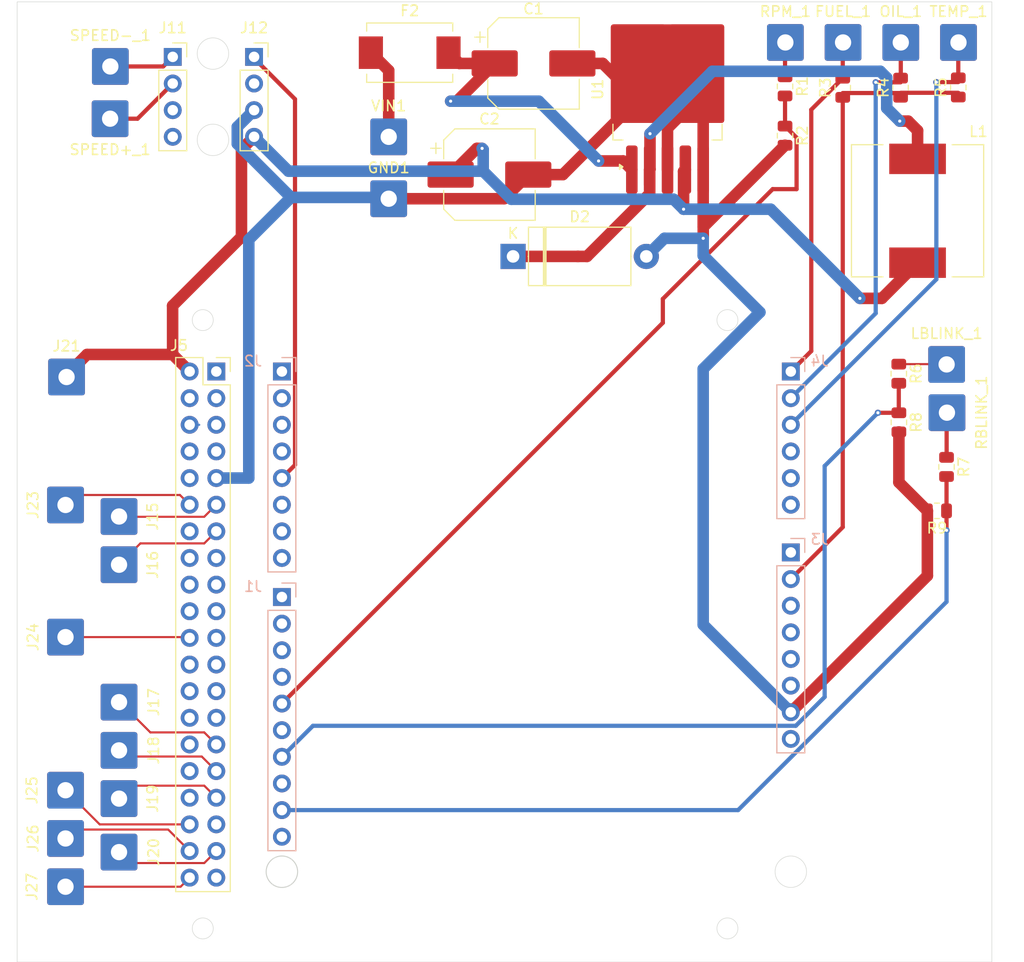
<source format=kicad_pcb>
(kicad_pcb (version 20240108) (generator "pcbnew") (generator_version "8.0")
  (layers (0 "F.Cu" signal) (31 "B.Cu" signal) (34 "B.Paste" user) (35 "F.Paste" user) (36 "B.SilkS" user "B.Silkscreen") (37 "F.SilkS" user "F.Silkscreen") (38 "B.Mask" user) (39 "F.Mask" user) (44 "Edge.Cuts" user))
  (net 0 "")
  (net 1 "BRD_GND")
  (net 2 "RPM_In")
  (net 4 "LBLINK_Out")
  (net 7 "RBLINK_Out")
  (net 21 "ARD_5V")
  (net 24 "SPEED+_In")
  (net 26 "5V_OUT")
  (net 27 "Net-(D2-K)")
  (net 28 "RPM_Out")
  (net 29 "SPEED_Out")
  (net 30 "BOARD_VIN")
  (net 31 "FUEL_In")
  (net 32 "TEMP_In")
  (net 33 "OIL_In")
  (net 38 "Net-(U1-VIN)")
  (net 39 "Net-(J27-Pin_1)")
  (net 40 "Net-(J19-Pin_1)")
  (net 41 "Net-(J16-Pin_1)")
  (net 42 "Net-(J20-Pin_1)")
  (net 43 "Net-(J17-Pin_1)")
  (net 44 "Net-(J18-Pin_1)")
  (net 45 "SPEED-_In")
  (net 49 "Net-(J15-Pin_1)")
  (net 50 "Net-(J25-Pin_1)")
  (net 51 "Net-(J24-Pin_1)")
  (net 52 "Net-(J23-Pin_1)")
  (net 53 "Net-(J26-Pin_1)")
  (net 54 "LBLINK_In")
  (net 55 "RBLINK_In")
  (net 70 "unconnected-(J5-Pin_4-Pad4)")
  (net 82 "unconnected-(J5-Pin_6-Pad6)")
  (footprint "Connector_Wire:SolderWire-0.75sqmm_1x01_D1.25mm_OD3.5mm" (layer "F.Cu") (at 102.3 140)
    (property "Reference" "J20" (at 3.3 0 90) (layer "F.SilkS"))
    (property "Value" "Conn_01x01_Pin")
    (pad "1" thru_hole roundrect (at 0 0) (size 3.5 3.5) (drill 1.55) (layers "*.Cu" "*.Mask") (roundrect_rratio 0.071429) (net 42 "Net-(J20-Pin_1)"))
  )
  (footprint "Connector_Wire:SolderWire-0.75sqmm_1x01_D1.25mm_OD3.5mm" (layer "F.Cu") (at 97.2 134.1)
    (property "Reference" "J25" (at -3.2 0 90) (layer "F.SilkS"))
    (property "Value" "Conn_01x01_Pin")
    (pad "1" thru_hole roundrect (at 0 0) (size 3.5 3.5) (drill 1.55) (layers "*.Cu" "*.Mask") (roundrect_rratio 0.071429) (net 50 "Net-(J25-Pin_1)"))
  )
  (footprint "Connector_Wire:SolderWire-0.75sqmm_1x01_D1.25mm_OD3.5mm" (layer "F.Cu") (at 165.8 62.8)
    (property "Reference" "RPM_1" (at 0 -2.95 0) (layer "F.SilkS"))
    (property "Value" "Conn_01x01_Pin")
    (pad "1" thru_hole roundrect (at 0 0) (size 3.5 3.5) (drill 1.55) (layers "*.Cu" "*.Mask") (roundrect_rratio 0.071429) (net 2 "RPM_In"))
  )
  (footprint "Resistor_SMD:R_0805_2012Metric" (layer "F.Cu") (at 181.16 103.2725 -90)
    (property "Reference" "R7" (at 0 -1.65 90) (layer "F.SilkS"))
    (property "Value" "20k")
    (pad "1" smd roundrect (at -0.9125 0 270) (size 1.025 1.4) (layers "F.Cu" "F.Paste" "F.Mask") (roundrect_rratio 0.243902) (net 55 "RBLINK_In"))
    (pad "2" smd roundrect (at 0.9125 0 270) (size 1.025 1.4) (layers "F.Cu" "F.Paste" "F.Mask") (roundrect_rratio 0.243902) (net 7 "RBLINK_Out"))
  )
  (footprint "Connector_Wire:SolderWire-0.75sqmm_1x01_D1.25mm_OD3.5mm" (layer "F.Cu") (at 181.2 98.1)
    (property "Reference" "RBLINK_1" (at 3.3 0 90) (layer "F.SilkS"))
    (property "Value" "Conn_01x01_Pin")
    (pad "1" thru_hole roundrect (at 0 0) (size 3.5 3.5) (drill 1.55) (layers "*.Cu" "*.Mask") (roundrect_rratio 0.071429) (net 55 "RBLINK_In"))
  )
  (footprint "Resistor_SMD:R_0805_2012Metric" (layer "F.Cu") (at 176.61 94.3825 -90)
    (property "Reference" "R6" (at 0 -1.65 90) (layer "F.SilkS"))
    (property "Value" "20k")
    (pad "1" smd roundrect (at -0.9125 0 270) (size 1.025 1.4) (layers "F.Cu" "F.Paste" "F.Mask") (roundrect_rratio 0.243902) (net 54 "LBLINK_In"))
    (pad "2" smd roundrect (at 0.9125 0 270) (size 1.025 1.4) (layers "F.Cu" "F.Paste" "F.Mask") (roundrect_rratio 0.243902) (net 4 "LBLINK_Out"))
  )
  (footprint "Connector_Wire:SolderWire-0.75sqmm_1x01_D1.25mm_OD3.5mm" (layer "F.Cu") (at 97.2 138.7)
    (property "Reference" "J26" (at -3.1 0 90) (layer "F.SilkS"))
    (property "Value" "Conn_01x01_Pin")
    (pad "1" thru_hole roundrect (at 0 0) (size 3.5 3.5) (drill 1.55) (layers "*.Cu" "*.Mask") (roundrect_rratio 0.071429) (net 53 "Net-(J26-Pin_1)"))
  )
  (footprint "Resistor_SMD:R_0805_2012Metric" (layer "F.Cu") (at 171.27 67.12 90)
    (property "Reference" "R3" (at 0 -1.65 90) (layer "F.SilkS"))
    (property "Value" "100")
    (pad "1" smd roundrect (at -0.9125 0 90) (size 1.025 1.4) (layers "F.Cu" "F.Paste" "F.Mask") (roundrect_rratio 0.243902) (net 21 "ARD_5V"))
    (pad "2" smd roundrect (at 0.9125 0 90) (size 1.025 1.4) (layers "F.Cu" "F.Paste" "F.Mask") (roundrect_rratio 0.243902) (net 31 "FUEL_In"))
  )
  (footprint "Connector_Wire:SolderWire-0.75sqmm_1x01_D1.25mm_OD3.5mm" (layer "F.Cu") (at 101.47 65.09)
    (property "Reference" "SPEED-_1" (at 0 -2.95 360) (layer "F.SilkS"))
    (property "Value" "Conn_01x01_Pin")
    (pad "1" thru_hole roundrect (at 0 0) (size 3.5 3.5) (drill 1.55) (layers "*.Cu" "*.Mask") (roundrect_rratio 0.071429) (net 45 "SPEED-_In"))
  )
  (footprint "Capacitor_SMD:CP_Elec_8x10.5" (layer "F.Cu") (at 137.6 75.4)
    (property "Reference" "C2" (at 0 -5.3 0) (layer "F.SilkS"))
    (property "Value" "470uF 16V")
    (pad "1" smd roundrect (at -3.7 0) (size 4.4 2.5) (layers "F.Cu" "F.Paste" "F.Mask") (roundrect_rratio 0.1) (net 26 "5V_OUT"))
    (pad "2" smd roundrect (at 3.7 0) (size 4.4 2.5) (layers "F.Cu" "F.Paste" "F.Mask") (roundrect_rratio 0.1) (net 1 "BRD_GND"))
  )
  (footprint "Connector_PinSocket_2.54mm:PinSocket_1x04_P2.54mm_Vertical" (layer "F.Cu") (at 115.17 64.175)
    (property "Reference" "J12" (at 0 -2.77 0) (layer "F.SilkS"))
    (property "Value" "Conn_01x04_Socket")
    (pad "1" thru_hole rect (at 0 0) (size 1.7 1.7) (drill 1) (layers "*.Cu" "*.Mask") (net 29 "SPEED_Out"))
    (pad "2" thru_hole oval (at 0 2.54) (size 1.7 1.7) (drill 1) (layers "*.Cu" "*.Mask"))
    (pad "3" thru_hole oval (at 0 5.08) (size 1.7 1.7) (drill 1) (layers "*.Cu" "*.Mask") (net 1 "BRD_GND"))
    (pad "4" thru_hole oval (at 0 7.62) (size 1.7 1.7) (drill 1) (layers "*.Cu" "*.Mask") (net 26 "5V_OUT"))
  )
  (footprint "Connector_Wire:SolderWire-0.75sqmm_1x01_D1.25mm_OD3.5mm" (layer "F.Cu") (at 97.2 119.5)
    (property "Reference" "J24" (at -3.1 0 90) (layer "F.SilkS"))
    (property "Value" "Conn_01x01_Pin")
    (pad "1" thru_hole roundrect (at 0 0) (size 3.5 3.5) (drill 1.55) (layers "*.Cu" "*.Mask") (roundrect_rratio 0.071429) (net 51 "Net-(J24-Pin_1)"))
  )
  (footprint "Resistor_SMD:R_0805_2012Metric" (layer "F.Cu") (at 180.2475 107.46 180)
    (property "Reference" "R9" (at 0 -1.65 180) (layer "F.SilkS"))
    (property "Value" "10k")
    (pad "1" smd roundrect (at -0.9125 0 180) (size 1.025 1.4) (layers "F.Cu" "F.Paste" "F.Mask") (roundrect_rratio 0.243902) (net 7 "RBLINK_Out"))
    (pad "2" smd roundrect (at 0.9125 0 180) (size 1.025 1.4) (layers "F.Cu" "F.Paste" "F.Mask") (roundrect_rratio 0.243902) (net 1 "BRD_GND"))
  )
  (footprint "Connector_Wire:SolderWire-0.75sqmm_1x01_D1.25mm_OD3.5mm" (layer "F.Cu") (at 171.3 62.8)
    (property "Reference" "FUEL_1" (at 0 -2.95 0) (layer "F.SilkS"))
    (property "Value" "Conn_01x01_Pin")
    (pad "1" thru_hole roundrect (at 0 0) (size 3.5 3.5) (drill 1.55) (layers "*.Cu" "*.Mask") (roundrect_rratio 0.071429) (net 31 "FUEL_In"))
  )
  (footprint "Package_TO_SOT_SMD:TO-263-5_TabPin3" (layer "F.Cu") (at 154.57 67.275 90)
    (property "Reference" "U1" (at 0 -6.65 -90) (layer "F.SilkS"))
    (property "Value" "LM2576HVS-5")
    (pad "1" smd roundrect (at -7.65 -3.4 90) (size 4.6 1.1) (layers "F.Cu" "F.Paste" "F.Mask") (roundrect_rratio 0.227273) (net 38 "Net-(U1-VIN)"))
    (pad "2" smd roundrect (at -7.65 -1.7 90) (size 4.6 1.1) (layers "F.Cu" "F.Paste" "F.Mask") (roundrect_rratio 0.227273) (net 27 "Net-(D2-K)"))
    (pad "3" smd roundrect (at -7.65 0 90) (size 4.6 1.1) (layers "F.Cu" "F.Paste" "F.Mask") (roundrect_rratio 0.227273) (net 1 "BRD_GND"))
    (pad "3" smd roundrect (at -0.925 -2.775 90) (size 4.55 5.25) (layers "F.Cu" "F.Paste") (roundrect_rratio 0.054945) (net 1 "BRD_GND"))
    (pad "3" smd roundrect (at -0.925 2.775 90) (size 4.55 5.25) (layers "F.Cu" "F.Paste") (roundrect_rratio 0.054945) (net 1 "BRD_GND"))
    (pad "3" smd roundrect (at 1.5 0 90) (size 9.4 10.8) (layers "F.Cu" "F.Mask") (roundrect_rratio 0.026596) (net 1 "BRD_GND"))
    (pad "3" smd roundrect (at 3.925 -2.775 90) (size 4.55 5.25) (layers "F.Cu" "F.Paste") (roundrect_rratio 0.054945) (net 1 "BRD_GND"))
    (pad "3" smd roundrect (at 3.925 2.775 90) (size 4.55 5.25) (layers "F.Cu" "F.Paste") (roundrect_rratio 0.054945) (net 1 "BRD_GND"))
    (pad "4" smd roundrect (at -7.65 1.7 90) (size 4.6 1.1) (layers "F.Cu" "F.Paste" "F.Mask") (roundrect_rratio 0.227273) (net 26 "5V_OUT"))
    (pad "5" smd roundrect (at -7.65 3.4 90) (size 4.6 1.1) (layers "F.Cu" "F.Paste" "F.Mask") (roundrect_rratio 0.227273) (net 1 "BRD_GND"))
  )
  (footprint "Capacitor_SMD:CP_Elec_8x10.5" (layer "F.Cu") (at 141.8 64.8)
    (property "Reference" "C1" (at 0 -5.2 360) (layer "F.SilkS"))
    (property "Value" "100uF 50V")
    (pad "1" smd roundrect (at -3.7 0) (size 4.4 2.5) (layers "F.Cu" "F.Paste" "F.Mask") (roundrect_rratio 0.1) (net 38 "Net-(U1-VIN)"))
    (pad "2" smd roundrect (at 3.7 0) (size 4.4 2.5) (layers "F.Cu" "F.Paste" "F.Mask") (roundrect_rratio 0.1) (net 1 "BRD_GND"))
  )
  (footprint "Connector_Wire:SolderWire-0.75sqmm_1x01_D1.25mm_OD3.5mm" (layer "F.Cu") (at 182.3 62.8)
    (property "Reference" "TEMP_1" (at 0 -2.95 0) (layer "F.SilkS"))
    (property "Value" "Conn_01x01_Pin")
    (pad "1" thru_hole roundrect (at 0 0) (size 3.5 3.5) (drill 1.55) (layers "*.Cu" "*.Mask") (roundrect_rratio 0.071429) (net 32 "TEMP_In"))
  )
  (footprint "Connector_Wire:SolderWire-0.75sqmm_1x01_D1.25mm_OD3.5mm" (layer "F.Cu") (at 102.3 108)
    (property "Reference" "J15" (at 3.2 0 90) (layer "F.SilkS"))
    (property "Value" "Conn_01x01_Pin")
    (pad "1" thru_hole roundrect (at 0 0) (size 3.5 3.5) (drill 1.55) (layers "*.Cu" "*.Mask") (roundrect_rratio 0.071429) (net 49 "Net-(J15-Pin_1)"))
  )
  (footprint "Connector_Wire:SolderWire-0.75sqmm_1x01_D1.25mm_OD3.5mm" (layer "F.Cu") (at 128 71.8)
    (property "Reference" "VIN1" (at 0 -2.95 0) (layer "F.SilkS"))
    (property "Value" "Conn_01x01_Pin")
    (pad "1" thru_hole roundrect (at 0 0) (size 3.5 3.5) (drill 1.55) (layers "*.Cu" "*.Mask") (roundrect_rratio 0.071429) (net 30 "BOARD_VIN"))
  )
  (footprint "Resistor_SMD:R_0805_2012Metric" (layer "F.Cu") (at 182.28 67.09 90)
    (property "Reference" "R5" (at 0 -1.65 90) (layer "F.SilkS"))
    (property "Value" "100")
    (pad "1" smd roundrect (at -0.9125 0 90) (size 1.025 1.4) (layers "F.Cu" "F.Paste" "F.Mask") (roundrect_rratio 0.243902) (net 21 "ARD_5V"))
    (pad "2" smd roundrect (at 0.9125 0 90) (size 1.025 1.4) (layers "F.Cu" "F.Paste" "F.Mask") (roundrect_rratio 0.243902) (net 32 "TEMP_In"))
  )
  (footprint "Connector_Wire:SolderWire-0.75sqmm_1x01_D1.25mm_OD3.5mm" (layer "F.Cu") (at 176.8 62.8)
    (property "Reference" "OIL_1" (at 0 -2.95 0) (layer "F.SilkS"))
    (property "Value" "Conn_01x01_Pin")
    (pad "1" thru_hole roundrect (at 0 0) (size 3.5 3.5) (drill 1.55) (layers "*.Cu" "*.Mask") (roundrect_rratio 0.071429) (net 33 "OIL_In"))
  )
  (footprint "Resistor_SMD:R_0805_2012Metric" (layer "F.Cu") (at 165.77 66.9875 -90)
    (property "Reference" "R1" (at 0 -1.65 90) (layer "F.SilkS"))
    (property "Value" "20k")
    (pad "1" smd roundrect (at -0.9125 0 270) (size 1.025 1.4) (layers "F.Cu" "F.Paste" "F.Mask") (roundrect_rratio 0.243902) (net 2 "RPM_In"))
    (pad "2" smd roundrect (at 0.9125 0 270) (size 1.025 1.4) (layers "F.Cu" "F.Paste" "F.Mask") (roundrect_rratio 0.243902) (net 28 "RPM_Out"))
  )
  (footprint "Resistor_SMD:R_0805_2012Metric" (layer "F.Cu") (at 165.77 71.6875 -90)
    (property "Reference" "R2" (at 0 -1.65 90) (layer "F.SilkS"))
    (property "Value" "10k")
    (pad "1" smd roundrect (at -0.9125 0 270) (size 1.025 1.4) (layers "F.Cu" "F.Paste" "F.Mask") (roundrect_rratio 0.243902) (net 28 "RPM_Out"))
    (pad "2" smd roundrect (at 0.9125 0 270) (size 1.025 1.4) (layers "F.Cu" "F.Paste" "F.Mask") (roundrect_rratio 0.243902) (net 1 "BRD_GND"))
  )
  (footprint "Diode_THT:D_DO-27_P12.70mm_Horizontal" (layer "F.Cu") (at 139.85 83.2)
    (property "Reference" "D2" (at 6.35 -3.785 0) (layer "F.SilkS"))
    (property "Value" "1N5819")
    (fp_text user "K" (at 0 -2.2 0) (layer "F.SilkS"))
    (pad "1" thru_hole rect (at 0 0) (size 2.4 2.4) (drill 1.2) (layers "*.Cu" "*.Mask") (net 27 "Net-(D2-K)"))
    (pad "2" thru_hole oval (at 12.7 0) (size 2.4 2.4) (drill 1.2) (layers "*.Cu" "*.Mask") (net 1 "BRD_GND"))
  )
  (footprint "Connector_Wire:SolderWire-0.75sqmm_1x01_D1.25mm_OD3.5mm" (layer "F.Cu") (at 181.17 93.5)
    (property "Reference" "LBLINK_1" (at 0 -2.95 0) (layer "F.SilkS"))
    (property "Value" "Conn_01x01_Pin")
    (pad "1" thru_hole roundrect (at 0 0) (size 3.5 3.5) (drill 1.55) (layers "*.Cu" "*.Mask") (roundrect_rratio 0.071429) (net 54 "LBLINK_In"))
  )
  (footprint "Connector_Wire:SolderWire-0.75sqmm_1x01_D1.25mm_OD3.5mm" (layer "F.Cu") (at 102.3 112.6)
    (property "Reference" "J16" (at 3.2 0 90) (layer "F.SilkS"))
    (property "Value" "Conn_01x01_Pin")
    (pad "1" thru_hole roundrect (at 0 0) (size 3.5 3.5) (drill 1.55) (layers "*.Cu" "*.Mask") (roundrect_rratio 0.071429) (net 41 "Net-(J16-Pin_1)"))
  )
  (footprint "Resistor_SMD:R_0805_2012Metric" (layer "F.Cu") (at 176.78 67.11 90)
    (property "Reference" "R4" (at 0 -1.65 90) (layer "F.SilkS"))
    (property "Value" "100")
    (pad "1" smd roundrect (at -0.9125 0 90) (size 1.025 1.4) (layers "F.Cu" "F.Paste" "F.Mask") (roundrect_rratio 0.243902) (net 21 "ARD_5V"))
    (pad "2" smd roundrect (at 0.9125 0 90) (size 1.025 1.4) (layers "F.Cu" "F.Paste" "F.Mask") (roundrect_rratio 0.243902) (net 33 "OIL_In"))
  )
  (footprint "Fuse:Fuse_Bourns_MF-SM_7.98x5.44mm" (layer "F.Cu") (at 130 63.775)
    (property "Reference" "F2" (at 0 -4 0) (layer "F.SilkS"))
    (property "Value" "3.5A")
    (pad "1" smd rect (at -3.7 0) (size 2.3 3.1) (layers "F.Cu" "F.Paste" "F.Mask") (net 30 "BOARD_VIN"))
    (pad "2" smd rect (at 3.7 0) (size 2.3 3.1) (layers "F.Cu" "F.Paste" "F.Mask") (net 38 "Net-(U1-VIN)"))
  )
  (footprint "Resistor_SMD:R_0805_2012Metric" (layer "F.Cu") (at 176.62 99.0225 -90)
    (property "Reference" "R8" (at 0 -1.65 90) (layer "F.SilkS"))
    (property "Value" "10k")
    (pad "1" smd roundrect (at -0.9125 0 270) (size 1.025 1.4) (layers "F.Cu" "F.Paste" "F.Mask") (roundrect_rratio 0.243902) (net 4 "LBLINK_Out"))
    (pad "2" smd roundrect (at 0.9125 0 270) (size 1.025 1.4) (layers "F.Cu" "F.Paste" "F.Mask") (roundrect_rratio 0.243902) (net 1 "BRD_GND"))
  )
  (footprint "Connector_Wire:SolderWire-0.75sqmm_1x01_D1.25mm_OD3.5mm" (layer "F.Cu") (at 102.3 134.9)
    (property "Reference" "J19" (at 3.2 0 90) (layer "F.SilkS"))
    (property "Value" "Conn_01x01_Pin")
    (pad "1" thru_hole roundrect (at 0 0) (size 3.5 3.5) (drill 1.55) (layers "*.Cu" "*.Mask") (roundrect_rratio 0.071429) (net 40 "Net-(J19-Pin_1)"))
  )
  (footprint "Connector_Wire:SolderWire-0.75sqmm_1x01_D1.25mm_OD3.5mm" (layer "F.Cu") (at 97.2 106.9)
    (property "Reference" "J23" (at -3.1 0 90) (layer "F.SilkS"))
    (property "Value" "Conn_01x01_Pin")
    (pad "1" thru_hole roundrect (at 0 0) (size 3.5 3.5) (drill 1.55) (layers "*.Cu" "*.Mask") (roundrect_rratio 0.071429) (net 52 "Net-(J23-Pin_1)"))
  )
  (footprint "Connector_Wire:SolderWire-0.75sqmm_1x01_D1.25mm_OD3.5mm" (layer "F.Cu") (at 101.45 70.07 180)
    (property "Reference" "SPEED+_1" (at 0 -2.95 180) (layer "F.SilkS"))
    (property "Value" "Conn_01x01_Pin")
    (pad "1" thru_hole roundrect (at 0 0 180) (size 3.5 3.5) (drill 1.55) (layers "*.Cu" "*.Mask") (roundrect_rratio 0.071429) (net 24 "SPEED+_In"))
  )
  (footprint "Connector_PinSocket_2.54mm:PinSocket_2x20_P2.54mm_Vertical" (layer "F.Cu") (at 111.57 94.175)
    (property "Reference" "J5" (at -3.56 -2.485 0) (layer "F.SilkS"))
    (property "Value" "Conn_02x20_Odd_Even")
    (pad "1" thru_hole rect (at 0 0) (size 1.7 1.7) (drill 1) (layers "*.Cu" "*.Mask"))
    (pad "2" thru_hole oval (at -2.54 0) (size 1.7 1.7) (drill 1) (layers "*.Cu" "*.Mask") (net 26 "5V_OUT"))
    (pad "3" thru_hole oval (at 0 2.54) (size 1.7 1.7) (drill 1) (layers "*.Cu" "*.Mask"))
    (pad "4" thru_hole oval (at -2.54 2.54) (size 1.7 1.7) (drill 1) (layers "*.Cu" "*.Mask") (net 70 "unconnected-(J5-Pin_4-Pad4)"))
    (pad "5" thru_hole oval (at 0 5.08) (size 1.7 1.7) (drill 1) (layers "*.Cu" "*.Mask"))
    (pad "6" thru_hole oval (at -2.54 5.08) (size 1.7 1.7) (drill 1) (layers "*.Cu" "*.Mask") (net 82 "unconnected-(J5-Pin_6-Pad6)"))
    (pad "7" thru_hole oval (at 0 7.62) (size 1.7 1.7) (drill 1) (layers "*.Cu" "*.Mask"))
    (pad "8" thru_hole oval (at -2.54 7.62) (size 1.7 1.7) (drill 1) (layers "*.Cu" "*.Mask"))
    (pad "9" thru_hole oval (at 0 10.16) (size 1.7 1.7) (drill 1) (layers "*.Cu" "*.Mask") (net 1 "BRD_GND"))
    (pad "10" thru_hole oval (at -2.54 10.16) (size 1.7 1.7) (drill 1) (layers "*.Cu" "*.Mask"))
    (pad "11" thru_hole oval (at 0 12.7) (size 1.7 1.7) (drill 1) (layers "*.Cu" "*.Mask") (net 49 "Net-(J15-Pin_1)"))
    (pad "12" thru_hole oval (at -2.54 12.7) (size 1.7 1.7) (drill 1) (layers "*.Cu" "*.Mask") (net 52 "Net-(J23-Pin_1)"))
    (pad "13" thru_hole oval (at 0 15.24) (size 1.7 1.7) (drill 1) (layers "*.Cu" "*.Mask") (net 41 "Net-(J16-Pin_1)"))
    (pad "14" thru_hole oval (at -2.54 15.24) (size 1.7 1.7) (drill 1) (layers "*.Cu" "*.Mask"))
    (pad "15" thru_hole oval (at 0 17.78) (size 1.7 1.7) (drill 1) (layers "*.Cu" "*.Mask"))
    (pad "16" thru_hole oval (at -2.54 17.78) (size 1.7 1.7) (drill 1) (layers "*.Cu" "*.Mask"))
    (pad "17" thru_hole oval (at 0 20.32) (size 1.7 1.7) (drill 1) (layers "*.Cu" "*.Mask"))
    (pad "18" thru_hole oval (at -2.54 20.32) (size 1.7 1.7) (drill 1) (layers "*.Cu" "*.Mask"))
    (pad "19" thru_hole oval (at 0 22.86) (size 1.7 1.7) (drill 1) (layers "*.Cu" "*.Mask"))
    (pad "20" thru_hole oval (at -2.54 22.86) (size 1.7 1.7) (drill 1) (layers "*.Cu" "*.Mask"))
    (pad "21" thru_hole oval (at 0 25.4) (size 1.7 1.7) (drill 1) (layers "*.Cu" "*.Mask"))
    (pad "22" thru_hole oval (at -2.54 25.4) (size 1.7 1.7) (drill 1) (layers "*.Cu" "*.Mask") (net 51 "Net-(J24-Pin_1)"))
    (pad "23" thru_hole oval (at 0 27.94) (size 1.7 1.7) (drill 1) (layers "*.Cu" "*.Mask"))
    (pad "24" thru_hole oval (at -2.54 27.94) (size 1.7 1.7) (drill 1) (layers "*.Cu" "*.Mask"))
    (pad "25" thru_hole oval (at 0 30.48) (size 1.7 1.7) (drill 1) (layers "*.Cu" "*.Mask"))
    (pad "26" thru_hole oval (at -2.54 30.48) (size 1.7 1.7) (drill 1) (layers "*.Cu" "*.Mask"))
    (pad "27" thru_hole oval (at 0 33.02) (size 1.7 1.7) (drill 1) (layers "*.Cu" "*.Mask"))
    (pad "28" thru_hole oval (at -2.54 33.02) (size 1.7 1.7) (drill 1) (layers "*.Cu" "*.Mask"))
    (pad "29" thru_hole oval (at 0 35.56) (size 1.7 1.7) (drill 1) (layers "*.Cu" "*.Mask") (net 43 "Net-(J17-Pin_1)"))
    (pad "30" thru_hole oval (at -2.54 35.56) (size 1.7 1.7) (drill 1) (layers "*.Cu" "*.Mask"))
    (pad "31" thru_hole oval (at 0 38.1) (size 1.7 1.7) (drill 1) (layers "*.Cu" "*.Mask") (net 44 "Net-(J18-Pin_1)"))
    (pad "32" thru_hole oval (at -2.54 38.1) (size 1.7 1.7) (drill 1) (layers "*.Cu" "*.Mask"))
    (pad "33" thru_hole oval (at 0 40.64) (size 1.7 1.7) (drill 1) (layers "*.Cu" "*.Mask") (net 40 "Net-(J19-Pin_1)"))
    (pad "34" thru_hole oval (at -2.54 40.64) (size 1.7 1.7) (drill 1) (layers "*.Cu" "*.Mask"))
    (pad "35" thru_hole oval (at 0 43.18) (size 1.7 1.7) (drill 1) (layers "*.Cu" "*.Mask"))
    (pad "36" thru_hole oval (at -2.54 43.18) (size 1.7 1.7) (drill 1) (layers "*.Cu" "*.Mask") (net 50 "Net-(J25-Pin_1)"))
    (pad "37" thru_hole oval (at 0 45.72) (size 1.7 1.7) (drill 1) (layers "*.Cu" "*.Mask") (net 42 "Net-(J20-Pin_1)"))
    (pad "38" thru_hole oval (at -2.54 45.72) (size 1.7 1.7) (drill 1) (layers "*.Cu" "*.Mask") (net 53 "Net-(J26-Pin_1)"))
    (pad "39" thru_hole oval (at 0 48.26) (size 1.7 1.7) (drill 1) (layers "*.Cu" "*.Mask"))
    (pad "40" thru_hole oval (at -2.54 48.26) (size 1.7 1.7) (drill 1) (layers "*.Cu" "*.Mask") (net 39 "Net-(J27-Pin_1)"))
  )
  (footprint "Connector_Wire:SolderWire-0.75sqmm_1x01_D1.25mm_OD3.5mm" (layer "F.Cu") (at 97.3 94.7)
    (property "Reference" "J21" (at 0 -2.95 0) (layer "F.SilkS"))
    (property "Value" "Conn_01x01_Pin")
    (pad "1" thru_hole roundrect (at 0 0) (size 3.5 3.5) (drill 1.55) (layers "*.Cu" "*.Mask") (roundrect_rratio 0.071429) (net 26 "5V_OUT"))
  )
  (footprint "Connector_Wire:SolderWire-0.75sqmm_1x01_D1.25mm_OD3.5mm" (layer "F.Cu") (at 102.3 130.3)
    (property "Reference" "J18" (at 3.3 0 90) (layer "F.SilkS"))
    (property "Value" "Conn_01x01_Pin")
    (pad "1" thru_hole roundrect (at 0 0) (size 3.5 3.5) (drill 1.55) (layers "*.Cu" "*.Mask") (roundrect_rratio 0.071429) (net 44 "Net-(J18-Pin_1)"))
  )
  (footprint "Connector_PinSocket_2.54mm:PinSocket_1x04_P2.54mm_Vertical" (layer "F.Cu") (at 107.42 64.175)
    (property "Reference" "J11" (at 0 -2.77 0) (layer "F.SilkS"))
    (property "Value" "Conn_01x04_Socket")
    (pad "1" thru_hole rect (at 0 0) (size 1.7 1.7) (drill 1) (layers "*.Cu" "*.Mask") (net 45 "SPEED-_In"))
    (pad "2" thru_hole oval (at 0 2.54) (size 1.7 1.7) (drill 1) (layers "*.Cu" "*.Mask") (net 24 "SPEED+_In"))
    (pad "3" thru_hole oval (at 0 5.08) (size 1.7 1.7) (drill 1) (layers "*.Cu" "*.Mask"))
    (pad "4" thru_hole oval (at 0 7.62) (size 1.7 1.7) (drill 1) (layers "*.Cu" "*.Mask"))
  )
  (footprint "Connector_Wire:SolderWire-0.75sqmm_1x01_D1.25mm_OD3.5mm" (layer "F.Cu") (at 102.3 125.7)
    (property "Reference" "J17" (at 3.3 0 90) (layer "F.SilkS"))
    (property "Value" "Conn_01x01_Pin")
    (pad "1" thru_hole roundrect (at 0 0) (size 3.5 3.5) (drill 1.55) (layers "*.Cu" "*.Mask") (roundrect_rratio 0.071429) (net 43 "Net-(J17-Pin_1)"))
  )
  (footprint "Connector_Wire:SolderWire-0.75sqmm_1x01_D1.25mm_OD3.5mm" (layer "F.Cu") (at 128 77.7)
    (property "Reference" "GND1" (at 0 -2.95 0) (layer "F.SilkS"))
    (property "Value" "Conn_01x01_Pin")
    (pad "1" thru_hole roundrect (at 0 0) (size 3.5 3.5) (drill 1.55) (layers "*.Cu" "*.Mask") (roundrect_rratio 0.071429) (net 1 "BRD_GND"))
  )
  (footprint "Inductor_SMD:L_12x12mm_H8mm" (layer "F.Cu") (at 178.4 78.85 -90)
    (property "Reference" "L1" (at -7.55 -5.8 180) (layer "F.SilkS"))
    (property "Value" "100myH")
    (pad "1" smd rect (at -4.95 0 270) (size 2.9 5.4) (layers "F.Cu" "F.Paste" "F.Mask") (net 27 "Net-(D2-K)"))
    (pad "2" smd rect (at 4.95 0 270) (size 2.9 5.4) (layers "F.Cu" "F.Paste" "F.Mask") (net 26 "5V_OUT"))
  )
  (footprint "Connector_Wire:SolderWire-0.75sqmm_1x01_D1.25mm_OD3.5mm" (layer "F.Cu") (at 97.2 143.3)
    (property "Reference" "J27" (at -3.2 0 90) (layer "F.SilkS"))
    (property "Value" "Conn_01x01_Pin")
    (pad "1" thru_hole roundrect (at 0 0) (size 3.5 3.5) (drill 1.55) (layers "*.Cu" "*.Mask") (roundrect_rratio 0.071429) (net 39 "Net-(J27-Pin_1)"))
  )
  (footprint "Connector_PinHeader_2.54mm:PinHeader_1x08_P2.54mm_Vertical" (layer "B.Cu") (at 166.32 111.425 180)
    (property "Reference" "J3" (at -2.75 1.25 180) (layer "B.SilkS") (effects (justify mirror)))
    (property "Value" "ARDUINO_PWR")
    (pad "1" thru_hole rect (at 0 0 180) (size 1.7 1.7) (drill 1) (layers "*.Cu" "*.Mask"))
    (pad "2" thru_hole oval (at 0 -2.54 180) (size 1.7 1.7) (drill 1) (layers "*.Cu" "*.Mask") (net 21 "ARD_5V"))
    (pad "3" thru_hole oval (at 0 -5.08 180) (size 1.7 1.7) (drill 1) (layers "*.Cu" "*.Mask"))
    (pad "4" thru_hole oval (at 0 -7.62 180) (size 1.7 1.7) (drill 1) (layers "*.Cu" "*.Mask"))
    (pad "5" thru_hole oval (at 0 -10.16 180) (size 1.7 1.7) (drill 1) (layers "*.Cu" "*.Mask"))
    (pad "6" thru_hole oval (at 0 -12.7 180) (size 1.7 1.7) (drill 1) (layers "*.Cu" "*.Mask"))
    (pad "7" thru_hole oval (at 0 -15.24 180) (size 1.7 1.7) (drill 1) (layers "*.Cu" "*.Mask") (net 1 "BRD_GND"))
    (pad "8" thru_hole oval (at 0 -17.78 180) (size 1.7 1.7) (drill 1) (layers "*.Cu" "*.Mask"))
  )
  (footprint "Connector_PinHeader_2.54mm:PinHeader_1x08_P2.54mm_Vertical" (layer "B.Cu") (at 117.82 94.175 180)
    (property "Reference" "J2" (at 2.75 1 180) (layer "B.SilkS") (effects (justify mirror)))
    (property "Value" "ARDUINO_DIG2")
    (pad "1" thru_hole rect (at 0 0 180) (size 1.7 1.7) (drill 1) (layers "*.Cu" "*.Mask"))
    (pad "2" thru_hole oval (at 0 -2.54 180) (size 1.7 1.7) (drill 1) (layers "*.Cu" "*.Mask"))
    (pad "3" thru_hole oval (at 0 -5.08 180) (size 1.7 1.7) (drill 1) (layers "*.Cu" "*.Mask"))
    (pad "4" thru_hole oval (at 0 -7.62 180) (size 1.7 1.7) (drill 1) (layers "*.Cu" "*.Mask"))
    (pad "5" thru_hole oval (at 0 -10.16 180) (size 1.7 1.7) (drill 1) (layers "*.Cu" "*.Mask") (net 29 "SPEED_Out"))
    (pad "6" thru_hole oval (at 0 -12.7 180) (size 1.7 1.7) (drill 1) (layers "*.Cu" "*.Mask"))
    (pad "7" thru_hole oval (at 0 -15.24 180) (size 1.7 1.7) (drill 1) (layers "*.Cu" "*.Mask"))
    (pad "8" thru_hole oval (at 0 -17.78 180) (size 1.7 1.7) (drill 1) (layers "*.Cu" "*.Mask"))
  )
  (footprint "Connector_PinHeader_2.54mm:PinHeader_1x06_P2.54mm_Vertical" (layer "B.Cu") (at 166.32 94.175 180)
    (property "Reference" "J4" (at -2.75 1 180) (layer "B.SilkS") (effects (justify mirror)))
    (property "Value" "ARDUINO_ANLG")
    (pad "1" thru_hole rect (at 0 0 180) (size 1.7 1.7) (drill 1) (layers "*.Cu" "*.Mask") (net 31 "FUEL_In"))
    (pad "2" thru_hole oval (at 0 -2.54 180) (size 1.7 1.7) (drill 1) (layers "*.Cu" "*.Mask") (net 33 "OIL_In"))
    (pad "3" thru_hole oval (at 0 -5.08 180) (size 1.7 1.7) (drill 1) (layers "*.Cu" "*.Mask") (net 32 "TEMP_In"))
    (pad "4" thru_hole oval (at 0 -7.62 180) (size 1.7 1.7) (drill 1) (layers "*.Cu" "*.Mask"))
    (pad "5" thru_hole oval (at 0 -10.16 180) (size 1.7 1.7) (drill 1) (layers "*.Cu" "*.Mask"))
    (pad "6" thru_hole oval (at 0 -12.7 180) (size 1.7 1.7) (drill 1) (layers "*.Cu" "*.Mask"))
  )
  (footprint "Connector_PinHeader_2.54mm:PinHeader_1x10_P2.54mm_Vertical" (layer "B.Cu") (at 117.82 115.675 180)
    (property "Reference" "J1" (at 2.75 1 180) (layer "B.SilkS") (effects (justify mirror)))
    (property "Value" "ARDUINO_DIG1")
    (pad "1" thru_hole rect (at 0 0 180) (size 1.7 1.7) (drill 1) (layers "*.Cu" "*.Mask"))
    (pad "2" thru_hole oval (at 0 -2.54 180) (size 1.7 1.7) (drill 1) (layers "*.Cu" "*.Mask"))
    (pad "3" thru_hole oval (at 0 -5.08 180) (size 1.7 1.7) (drill 1) (layers "*.Cu" "*.Mask"))
    (pad "4" thru_hole oval (at 0 -7.62 180) (size 1.7 1.7) (drill 1) (layers "*.Cu" "*.Mask"))
    (pad "5" thru_hole oval (at 0 -10.16 180) (size 1.7 1.7) (drill 1) (layers "*.Cu" "*.Mask") (net 28 "RPM_Out"))
    (pad "6" thru_hole oval (at 0 -12.7 180) (size 1.7 1.7) (drill 1) (layers "*.Cu" "*.Mask"))
    (pad "7" thru_hole oval (at 0 -15.24 180) (size 1.7 1.7) (drill 1) (layers "*.Cu" "*.Mask") (net 4 "LBLINK_Out"))
    (pad "8" thru_hole oval (at 0 -17.78 180) (size 1.7 1.7) (drill 1) (layers "*.Cu" "*.Mask"))
    (pad "9" thru_hole oval (at 0 -20.32 180) (size 1.7 1.7) (drill 1) (layers "*.Cu" "*.Mask") (net 7 "RBLINK_Out"))
    (pad "10" thru_hole oval (at 0 -22.86 180) (size 1.7 1.7) (drill 1) (layers "*.Cu" "*.Mask"))
  )
  (gr_circle (center 117.82 141.87) (end 119.32 141.87) (stroke (width 0.1)) (fill none) (layer "Edge.Cuts"))
  (gr_rect (start 92.59 58.93) (end 185.48 150.48) (stroke (width 0.05)) (fill none) (layer "Edge.Cuts"))
  (gr_circle (center 166.32 141.87) (end 167.82 141.87) (stroke (width 0.05)) (fill none) (layer "Edge.Cuts"))
  (gr_circle (center 110.28 89.275) (end 111.28 89.274844) (stroke (width 0.05)) (fill none) (layer "Edge.Cuts"))
  (gr_circle (center 111.25 63.86) (end 112.75 63.86) (stroke (width 0.05)) (fill none) (layer "Edge.Cuts"))
  (gr_circle (center 160.28 147.275) (end 161.28 147.274844) (stroke (width 0.05)) (fill none) (layer "Edge.Cuts"))
  (gr_circle (center 110.28 147.275) (end 111.28 147.274844) (stroke (width 0.05)) (fill none) (layer "Edge.Cuts"))
  (gr_circle (center 111.25 72.09) (end 112.75 72.09) (stroke (width 0.05)) (fill none) (layer "Edge.Cuts"))
  (gr_circle (center 160.28 89.275) (end 161.28 89.274844) (stroke (width 0.05)) (fill none) (layer "Edge.Cuts"))
  (segment (start 179.335 107.46) (end 179.335 113.65) (width 1.1) (layer "F.Cu") (net 1))
  (segment (start 176.62 104.745) (end 179.335 107.46) (width 1.1) (layer "F.Cu") (net 1))
  (segment (start 141.3 75.4) (end 144.595 75.4) (width 1.1) (layer "F.Cu") (net 1))
  (segment (start 157.975 81.47) (end 157.97 81.475) (width 0.2) (layer "F.Cu") (net 1))
  (segment (start 179.335 113.65) (end 166.32 126.665) (width 1.1) (layer "F.Cu") (net 1))
  (segment (start 157.975 80.395) (end 165.77 72.6) (width 1.1) (layer "F.Cu") (net 1))
  (segment (start 176.62 99.935) (end 176.62 104.745) (width 1.1) (layer "F.Cu") (net 1))
  (segment (start 149.7325 68.2) (end 151.795 68.2) (width 0.2) (layer "F.Cu") (net 1))
  (segment (start 141.3 75.4) (end 139 77.7) (width 1.1) (layer "F.Cu") (net 1))
  (segment (start 144.595 75.4) (end 151.795 68.2) (width 1.1) (layer "F.Cu") (net 1))
  (segment (start 157.8675 81.3725) (end 157.97 81.475) (width 0.2) (layer "F.Cu") (net 1))
  (segment (start 154.57 70.975) (end 157.345 68.2) (width 1.1) (layer "F.Cu") (net 1))
  (segment (start 139 77.7) (end 128 77.7) (width 1.1) (layer "F.Cu") (net 1))
  (segment (start 157.97 80.39) (end 157.975 80.395) (width 0.2) (layer "F.Cu") (net 1))
  (segment (start 154.57 70.975) (end 154.57 74.925) (width 1.1) (layer "F.Cu") (net 1))
  (segment (start 145.5 64.8) (end 148.395 64.8) (width 1.1) (layer "F.Cu") (net 1))
  (segment (start 148.395 64.8) (end 151.795 68.2) (width 1.1) (layer "F.Cu") (net 1))
  (segment (start 157.345 68.2) (end 157.97 68.825) (width 1.1) (layer "F.Cu") (net 1))
  (segment (start 157.97 74.925) (end 157.97 80.39) (width 1.1) (layer "F.Cu") (net 1))
  (segment (start 157.97 68.825) (end 157.97 74.925) (width 1.1) (layer "F.Cu") (net 1))
  (segment (start 157.975 80.395) (end 157.975 81.47) (width 1.1) (layer "F.Cu") (net 1))
  (via (at 157.97 81.475) (size 0.6) (drill 0.3) (layers "F.Cu" "B.Cu") (net 1))
  (segment (start 113.57 72.457742) (end 113.57 70.855) (width 1.1) (layer "B.Cu") (net 1))
  (segment (start 157.97 81.475) (end 154.275 81.475) (width 1.1) (layer "B.Cu") (net 1))
  (segment (start 154.275 81.475) (end 152.55 83.2) (width 1.1) (layer "B.Cu") (net 1))
  (segment (start 113.57 70.855) (end 115.17 69.255) (width 1.1) (layer "B.Cu") (net 1))
  (segment (start 111.57 104.335) (end 114.665 104.335) (width 1.1) (layer "B.Cu") (net 1))
  (segment (start 157.97 118.315) (end 166.32 126.665) (width 1.1) (layer "B.Cu") (net 1))
  (segment (start 163.375 88.525) (end 157.97 83.12) (width 1.1) (layer "B.Cu") (net 1))
  (segment (start 127.97 77.575) (end 118.687258 77.575) (width 1.1) (layer "B.Cu") (net 1))
  (segment (start 118.687258 77.575) (end 113.57 72.457742) (width 1.1) (layer "B.Cu") (net 1))
  (segment (start 114.665 104.335) (end 114.665 81.597258) (width 1.1) (layer "B.Cu") (net 1))
  (segment (start 157.97 83.12) (end 157.97 81.475) (width 1.1) (layer "B.Cu") (net 1))
  (segment (start 114.665 81.597258) (end 118.687258 77.575) (width 1.1) (layer "B.Cu") (net 1))
  (segment (start 157.97 118.315) (end 157.97 93.93) (width 1.1) (layer "B.Cu") (net 1))
  (segment (start 157.97 93.93) (end 163.375 88.525) (width 1.1) (layer "B.Cu") (net 1))
  (segment (start 165.77 62.83) (end 165.8 62.8) (width 0.4) (layer "F.Cu") (net 2))
  (segment (start 165.77 66.075) (end 165.77 62.83) (width 0.4) (layer "F.Cu") (net 2))
  (segment (start 176.61 95.295) (end 176.61 98.1) (width 0.4) (layer "F.Cu") (net 4))
  (segment (start 176.61 98.1) (end 176.62 98.11) (width 0.2) (layer "F.Cu") (net 4))
  (segment (start 176.62 98.11) (end 174.62 98.11) (width 0.4) (layer "F.Cu") (net 4))
  (via (at 174.62 98.11) (size 0.6) (drill 0.3) (layers "F.Cu" "B.Cu") (net 4))
  (segment (start 169.545 103.185) (end 169.545 125.207767) (width 0.4) (layer "B.Cu") (net 4))
  (segment (start 120.78 127.955) (end 117.82 130.915) (width 0.4) (layer "B.Cu") (net 4))
  (segment (start 166.797767 127.955) (end 120.78 127.955) (width 0.4) (layer "B.Cu") (net 4))
  (segment (start 174.62 98.11) (end 169.545 103.185) (width 0.4) (layer "B.Cu") (net 4))
  (segment (start 169.545 125.207767) (end 166.797767 127.955) (width 0.4) (layer "B.Cu") (net 4))
  (segment (start 181.16 104.185) (end 181.16 107.46) (width 0.4) (layer "F.Cu") (net 7))
  (segment (start 181.16 107.46) (end 181.16 109.32) (width 0.4) (layer "F.Cu") (net 7))
  (via (at 181.16 109.32) (size 0.6) (drill 0.3) (layers "F.Cu" "B.Cu") (net 7))
  (segment (start 181.16 109.32) (end 181.16 116.132767) (width 0.4) (layer "B.Cu") (net 7))
  (segment (start 181.16 116.132767) (end 161.297767 135.995) (width 0.4) (layer "B.Cu") (net 7))
  (segment (start 161.297767 135.995) (end 117.82 135.995) (width 0.4) (layer "B.Cu") (net 7))
  (segment (start 176.78 67.62) (end 171.28 67.62) (width 0.4) (layer "F.Cu") (net 21))
  (segment (start 171.27 67.63) (end 171.27 109.015) (width 0.4) (layer "F.Cu") (net 21))
  (segment (start 182.28 67.6) (end 176.8 67.6) (width 0.4) (layer "F.Cu") (net 21))
  (segment (start 176.8 67.6) (end 176.78 67.62) (width 0.2) (layer "F.Cu") (net 21))
  (segment (start 171.28 67.62) (end 171.27 67.63) (width 0.2) (layer "F.Cu") (net 21))
  (segment (start 171.27 109.015) (end 166.32 113.965) (width 0.4) (layer "F.Cu") (net 21))
  (segment (start 104.065 70.07) (end 107.42 66.715) (width 0.4) (layer "F.Cu") (net 24))
  (segment (start 101.45 70.07) (end 104.065 70.07) (width 0.4) (layer "F.Cu") (net 24))
  (segment (start 175 87.2) (end 178.4 83.8) (width 1.1) (layer "F.Cu") (net 26))
  (segment (start 156.1 75.095) (end 156.27 74.925) (width 1.1) (layer "F.Cu") (net 26))
  (segment (start 107.405 92.55) (end 107.405 87.902919) (width 1.1) (layer "F.Cu") (net 26))
  (segment (start 107.405 92.55) (end 109.03 94.175) (width 1.1) (layer "F.Cu") (net 26))
  (segment (start 136.4 72.9) (end 133.9 75.4) (width 1.1) (layer "F.Cu") (net 26))
  (segment (start 113.967919 72.997081) (end 115.17 71.795) (width 1.1) (layer "F.Cu") (net 26))
  (segment (start 107.405 87.902919) (end 113.967919 81.34) (width 1.1) (layer "F.Cu") (net 26))
  (segment (start 156.1 78.7) (end 156.1 75.095) (width 1.1) (layer "F.Cu") (net 26))
  (segment (start 113.967919 81.34) (end 113.967919 72.997081) (width 1.1) (layer "F.Cu") (net 26))
  (segment (start 99.25 92.55) (end 107.405 92.55) (width 1.1) (layer "F.Cu") (net 26))
  (segment (start 136.9 72.9) (end 136.4 72.9) (width 1.1) (layer "F.Cu") (net 26))
  (segment (start 97.2 94.6) (end 99.25 92.55) (width 1.1) (layer "F.Cu") (net 26))
  (segment (start 172.9 87.2) (end 175 87.2) (width 1.1) (layer "F.Cu") (net 26))
  (via (at 136.9 72.9) (size 0.6) (drill 0.3) (layers "F.Cu" "B.Cu") (net 26))
  (via (at 172.9 87.2) (size 0.6) (drill 0.3) (layers "F.Cu" "B.Cu") (net 26))
  (via (at 156.1 78.7) (size 0.6) (drill 0.3) (layers "F.Cu" "B.Cu") (net 26))
  (segment (start 155.15 77.75) (end 156.1 78.7) (width 1.1) (layer "B.Cu") (net 26))
  (segment (start 164.4 78.7) (end 172.9 87.2) (width 1.1) (layer "B.Cu") (net 26))
  (segment (start 118.45 75.075) (end 115.17 71.795) (width 1.1) (layer "B.Cu") (net 26))
  (segment (start 139.68 77.75) (end 137.005 75.075) (width 1.1) (layer "B.Cu") (net 26))
  (segment (start 137.005 75.075) (end 118.45 75.075) (width 1.1) (layer "B.Cu") (net 26))
  (segment (start 139.68 77.75) (end 155.15 77.75) (width 1.1) (layer "B.Cu") (net 26))
  (segment (start 137.005 75.075) (end 137.005 73.005) (width 1.1) (layer "B.Cu") (net 26))
  (segment (start 156.1 78.7) (end 164.4 78.7) (width 1.1) (layer "B.Cu") (net 26))
  (segment (start 137.005 73.005) (end 136.9 72.9) (width 1.1) (layer "B.Cu") (net 26))
  (segment (start 178.4 71.2) (end 177.5 70.3) (width 1.1) (layer "F.Cu") (net 27))
  (segment (start 152.87 74.925) (end 152.87 77.225) (width 1.1) (layer "F.Cu") (net 27))
  (segment (start 139.85 83.2) (end 146.029744 83.2) (width 1.1) (layer "F.Cu") (net 27))
  (segment (start 152.87 77.225) (end 146.895 83.2) (width 1.1) (layer "F.Cu") (net 27))
  (segment (start 152.87 74.925) (end 152.87 73.490256) (width 0.2) (layer "F.Cu") (net 27))
  (segment (start 178.4 73.9) (end 178.4 71.2) (width 1.1) (layer "F.Cu") (net 27))
  (segment (start 177.5 70.3) (end 176.7 70.3) (width 1.1) (layer "F.Cu") (net 27))
  (segment (start 152.9 74.895) (end 152.87 74.925) (width 1.1) (layer "F.Cu") (net 27))
  (segment (start 152.9 71.5) (end 152.9 74.895) (width 1.1) (layer "F.Cu") (net 27))
  (segment (start 146.895 83.2) (end 146.029744 83.2) (width 1.1) (layer "F.Cu") (net 27))
  (segment (start 152.87 76.359744) (end 152.87 74.925) (width 1.1) (layer "F.Cu") (net 27))
  (via (at 152.9 71.5) (size 0.6) (drill 0.3) (layers "F.Cu" "B.Cu") (net 27))
  (via (at 176.7 70.3) (size 0.6) (drill 0.3) (layers "F.Cu" "B.Cu") (net 27))
  (segment (start 175.46 66.165075) (end 174.844925 65.55) (width 1.1) (layer "B.Cu") (net 27))
  (segment (start 176.7 70.3) (end 175.46 69.06) (width 1.1) (layer "B.Cu") (net 27))
  (segment (start 158.85 65.55) (end 152.9 71.5) (width 1.1) (layer "B.Cu") (net 27))
  (segment (start 175.46 69.06) (end 175.46 66.165075) (width 1.1) (layer "B.Cu") (net 27))
  (segment (start 174.844925 65.55) (end 158.85 65.55) (width 1.1) (layer "B.Cu") (net 27))
  (segment (start 165.77 70.775) (end 166.87 71.875) (width 0.4) (layer "F.Cu") (net 28))
  (segment (start 154.125 87.25) (end 154.125 89.53) (width 0.4) (layer "F.Cu") (net 28))
  (segment (start 154.125 89.53) (end 117.82 125.835) (width 0.4) (layer "F.Cu") (net 28))
  (segment (start 166.87 76.785) (end 164.59 76.785) (width 0.4) (layer "F.Cu") (net 28))
  (segment (start 165.77 67.9) (end 165.77 70.775) (width 0.4) (layer "F.Cu") (net 28))
  (segment (start 166.87 71.875) (end 166.87 76.785) (width 0.4) (layer "F.Cu") (net 28))
  (segment (start 164.59 76.785) (end 154.125 87.25) (width 0.4) (layer "F.Cu") (net 28))
  (segment (start 119.07 103.085) (end 117.82 104.335) (width 0.4) (layer "F.Cu") (net 29))
  (segment (start 119.07 68.205) (end 119.07 103.085) (width 0.4) (layer "F.Cu") (net 29))
  (segment (start 115.17 64.305) (end 119.07 68.205) (width 0.4) (layer "F.Cu") (net 29))
  (segment (start 128 65.475) (end 126.3 63.775) (width 1.1) (layer "F.Cu") (net 30))
  (segment (start 128 71.8) (end 128 65.475) (width 1.1) (layer "F.Cu") (net 30))
  (segment (start 168.27 69.2075) (end 171.27 66.2075) (width 0.4) (layer "F.Cu") (net 31))
  (segment (start 171.27 66.2075) (end 171.27 62.83) (width 0.4) (layer "F.Cu") (net 31))
  (segment (start 168.27 92.225) (end 168.27 69.2075) (width 0.4) (layer "F.Cu") (net 31))
  (segment (start 171.27 62.83) (end 171.3 62.8) (width 0.4) (layer "F.Cu") (net 31))
  (segment (start 166.32 94.175) (end 168.27 92.225) (width 0.4) (layer "F.Cu") (net 31))
  (segment (start 182.28 66.58) (end 180.2 66.58) (width 0.4) (layer "F.Cu") (net 32))
  (segment (start 182.27 66.57) (end 182.28 66.58) (width 0.2) (layer "F.Cu") (net 32))
  (segment (start 182.28 62.82) (end 182.3 62.8) (width 0.4) (layer "F.Cu") (net 32))
  (segment (start 182.28 66.1775) (end 182.28 62.82) (width 0.4) (layer "F.Cu") (net 32))
  (segment (start 180.2 66.58) (end 180.19 66.59) (width 0.2) (layer "F.Cu") (net 32))
  (via (at 180.19 66.59) (size 0.6) (drill 0.3) (layers "F.Cu" "B.Cu") (net 32))
  (segment (start 180.19 85.385) (end 166.32 99.255) (width 0.4) (layer "B.Cu") (net 32))
  (segment (start 180.19 66.59) (end 180.19 85.385) (width 0.4) (layer "B.Cu") (net 32))
  (segment (start 176.8 66.1775) (end 176.78 66.1975) (width 0.4) (layer "F.Cu") (net 33))
  (segment (start 176.77 66.59) (end 176.78 66.6) (width 0.2) (layer "F.Cu") (net 33))
  (segment (start 176.8 62.8) (end 176.8 66.1775) (width 0.4) (layer "F.Cu") (net 33))
  (segment (start 176.78 66.6) (end 174.41 66.6) (width 0.4) (layer "F.Cu") (net 33))
  (via (at 174.41 66.6) (size 0.6) (drill 0.3) (layers "F.Cu" "B.Cu") (net 33))
  (segment (start 174.41 66.6) (end 174.41 88.625) (width 0.4) (layer "B.Cu") (net 33))
  (segment (start 174.41 88.625) (end 166.32 96.715) (width 0.4) (layer "B.Cu") (net 33))
  (segment (start 133.9 68.4) (end 134.5 68.4) (width 1.1) (layer "F.Cu") (net 38))
  (segment (start 148 74.1) (end 150.345 74.1) (width 1.1) (layer "F.Cu") (net 38))
  (segment (start 150.345 74.1) (end 151.17 74.925) (width 1.1) (layer "F.Cu") (net 38))
  (segment (start 133.9 63.7825) (end 133.9075 63.775) (width 1.1) (layer "F.Cu") (net 38))
  (segment (start 151.17 73.975) (end 151.17 74.925) (width 0.2) (layer "F.Cu") (net 38))
  (segment (start 134.725 64.8) (end 133.7 63.775) (width 1.1) (layer "F.Cu") (net 38))
  (segment (start 134.5 68.4) (end 138.1 64.8) (width 1.1) (layer "F.Cu") (net 38))
  (segment (start 138.1 64.8) (end 134.725 64.8) (width 1.1) (layer "F.Cu") (net 38))
  (via (at 133.9 68.4) (size 0.6) (drill 0.3) (layers "F.Cu" "B.Cu") (net 38))
  (via (at 148 74.1) (size 0.6) (drill 0.3) (layers "F.Cu" "B.Cu") (net 38))
  (segment (start 148 74.1) (end 142.3 68.4) (width 1.1) (layer "B.Cu") (net 38))
  (segment (start 142.3 68.4) (end 133.9 68.4) (width 1.1) (layer "B.Cu") (net 38))
  (segment (start 108.165 143.3) (end 109.03 142.435) (width 0.2) (layer "F.Cu") (net 39))
  (segment (start 97.2 143.3) (end 108.165 143.3) (width 0.2) (layer "F.Cu") (net 39))
  (segment (start 102.3 134.8) (end 103.435 133.665) (width 0.2) (layer "F.Cu") (net 40))
  (segment (start 110.42 133.665) (end 111.57 134.815) (width 0.2) (layer "F.Cu") (net 40))
  (segment (start 103.435 133.665) (end 110.42 133.665) (width 0.2) (layer "F.Cu") (net 40))
  (segment (start 110.42 110.565) (end 104.335 110.565) (width 0.2) (layer "F.Cu") (net 41))
  (segment (start 111.57 109.415) (end 110.42 110.565) (width 0.2) (layer "F.Cu") (net 41))
  (segment (start 104.335 110.565) (end 102.3 112.6) (width 0.2) (layer "F.Cu") (net 41))
  (segment (start 103.445 141.045) (end 110.42 141.045) (width 0.2) (layer "F.Cu") (net 42))
  (segment (start 110.42 141.045) (end 111.57 139.895) (width 0.2) (layer "F.Cu") (net 42))
  (segment (start 102.3 139.9) (end 103.445 141.045) (width 0.2) (layer "F.Cu") (net 42))
  (segment (start 105.285 128.585) (end 110.42 128.585) (width 0.2) (layer "F.Cu") (net 43))
  (segment (start 110.42 128.585) (end 111.57 129.735) (width 0.2) (layer "F.Cu") (net 43))
  (segment (start 102.3 125.6) (end 105.285 128.585) (width 0.2) (layer "F.Cu") (net 43))
  (segment (start 102.3 130.2) (end 102.985 130.885) (width 0.2) (layer "F.Cu") (net 44))
  (segment (start 102.985 130.885) (end 110.18 130.885) (width 0.2) (layer "F.Cu") (net 44))
  (segment (start 110.18 130.885) (end 111.57 132.275) (width 0.2) (layer "F.Cu") (net 44))
  (segment (start 101.47 65.09) (end 106.505 65.09) (width 0.4) (layer "F.Cu") (net 45))
  (segment (start 106.505 65.09) (end 107.42 64.175) (width 0.4) (layer "F.Cu") (net 45))
  (segment (start 102.325 108.025) (end 102.3 108) (width 0.2) (layer "F.Cu") (net 49))
  (segment (start 111.57 106.875) (end 110.42 108.025) (width 0.2) (layer "F.Cu") (net 49))
  (segment (start 110.42 108.025) (end 102.325 108.025) (width 0.2) (layer "F.Cu") (net 49))
  (segment (start 97.2 134.1) (end 100.455 137.355) (width 0.2) (layer "F.Cu") (net 50))
  (segment (start 100.455 137.355) (end 109.03 137.355) (width 0.2) (layer "F.Cu") (net 50))
  (segment (start 97.2 119.5) (end 108.955 119.5) (width 0.2) (layer "F.Cu") (net 51))
  (segment (start 108.955 119.5) (end 109.03 119.575) (width 0.2) (layer "F.Cu") (net 51))
  (segment (start 97.2 106.9) (end 98.15 105.95) (width 0.2) (layer "F.Cu") (net 52))
  (segment (start 98.15 105.95) (end 108.105 105.95) (width 0.2) (layer "F.Cu") (net 52))
  (segment (start 108.105 105.95) (end 109.03 106.875) (width 0.2) (layer "F.Cu") (net 52))
  (segment (start 97.2 138.7) (end 98.05 137.85) (width 0.2) (layer "F.Cu") (net 53))
  (segment (start 106.985 137.85) (end 109.03 139.895) (width 0.2) (layer "F.Cu") (net 53))
  (segment (start 98.05 137.85) (end 106.985 137.85) (width 0.2) (layer "F.Cu") (net 53))
  (segment (start 176.61 93.47) (end 181.14 93.47) (width 0.2) (layer "F.Cu") (net 54))
  (segment (start 181.14 93.47) (end 181.17 93.5) (width 0.2) (layer "F.Cu") (net 54))
  (segment (start 181.17 98.08) (end 181.17 102.35) (width 0.4) (layer "F.Cu") (net 55))
  (segment (start 181.17 102.35) (end 181.16 102.36) (width 0.2) (layer "F.Cu") (net 55))
  (segment (start 108.97 96.775) (end 109.03 96.715) (width 0.2) (layer "F.Cu") (net 70))
  (segment (start 108.76 99.525) (end 109.03 99.255) (width 0.2) (layer "F.Cu") (net 82))
  (segment (start 109.03 99.255) (end 109.943654 99.255) (width 0.2) (layer "B.Cu") (net 82))
)
</source>
